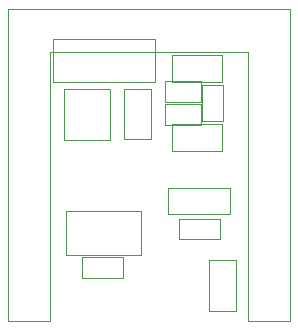
<source format=gbr>
G04 #@! TF.GenerationSoftware,KiCad,Pcbnew,6.0.4-1.fc34*
G04 #@! TF.CreationDate,2023-10-23T18:29:32+02:00*
G04 #@! TF.ProjectId,Microduino_ADC_DE,4d696372-6f64-4756-996e-6f5f4144435f,1.0*
G04 #@! TF.SameCoordinates,Original*
G04 #@! TF.FileFunction,Other,User*
%FSLAX46Y46*%
G04 Gerber Fmt 4.6, Leading zero omitted, Abs format (unit mm)*
G04 Created by KiCad (PCBNEW 6.0.4-1.fc34) date 2023-10-23 18:29:32*
%MOMM*%
%LPD*%
G01*
G04 APERTURE LIST*
%ADD10C,0.120000*%
%ADD11C,0.050000*%
G04 APERTURE END LIST*
D10*
X163381000Y-63495000D02*
X139461000Y-63495000D01*
X159781000Y-89945000D02*
X159781000Y-67115000D01*
X139461000Y-89945000D02*
X139461000Y-63495000D01*
X163381000Y-89945000D02*
X163381000Y-63495000D01*
X143061000Y-89965000D02*
X139461000Y-89965000D01*
X143061000Y-67115000D02*
X159781000Y-67115000D01*
X163381000Y-89945000D02*
X159781000Y-89945000D01*
X143061000Y-67115000D02*
X143061000Y-89965000D01*
D11*
X156461000Y-84750000D02*
X156461000Y-89050000D01*
X156461000Y-89050000D02*
X158761000Y-89050000D01*
X158761000Y-84750000D02*
X156461000Y-84750000D01*
X158761000Y-89050000D02*
X158761000Y-84750000D01*
X143261000Y-66075000D02*
X151911000Y-66075000D01*
X151911000Y-66075000D02*
X151911000Y-69675000D01*
X143261000Y-69675000D02*
X143261000Y-66075000D01*
X151911000Y-69675000D02*
X143261000Y-69675000D01*
X149211000Y-84505000D02*
X145711000Y-84505000D01*
X149211000Y-84505000D02*
X149211000Y-86255000D01*
X145711000Y-86255000D02*
X145711000Y-84505000D01*
X145711000Y-86255000D02*
X149211000Y-86255000D01*
X153936000Y-83020000D02*
X157436000Y-83020000D01*
X157436000Y-81270000D02*
X157436000Y-83020000D01*
X153936000Y-83020000D02*
X153936000Y-81270000D01*
X157436000Y-81270000D02*
X153936000Y-81270000D01*
X158286000Y-80900000D02*
X158286000Y-78700000D01*
X152986000Y-80900000D02*
X158286000Y-80900000D01*
X152986000Y-78700000D02*
X152986000Y-80900000D01*
X158286000Y-78700000D02*
X152986000Y-78700000D01*
X151586000Y-70250000D02*
X149286000Y-70250000D01*
X149286000Y-70250000D02*
X149286000Y-74550000D01*
X149286000Y-74550000D02*
X151586000Y-74550000D01*
X151586000Y-74550000D02*
X151586000Y-70250000D01*
X148086000Y-74575000D02*
X148086000Y-70275000D01*
X148086000Y-70275000D02*
X145786000Y-70275000D01*
X144246000Y-70275000D02*
X144246000Y-74575000D01*
X145786000Y-70275000D02*
X144246000Y-70275000D01*
X145786000Y-74575000D02*
X148086000Y-74575000D01*
X145796000Y-74575000D02*
X144246000Y-74575000D01*
X153336000Y-75550000D02*
X157636000Y-75550000D01*
X153336000Y-73250000D02*
X153336000Y-75550000D01*
X157636000Y-75550000D02*
X157636000Y-73250000D01*
X157636000Y-73250000D02*
X153336000Y-73250000D01*
X157636000Y-69725000D02*
X157636000Y-67425000D01*
X153336000Y-69725000D02*
X157636000Y-69725000D01*
X153336000Y-67425000D02*
X153336000Y-69725000D01*
X157636000Y-67425000D02*
X153336000Y-67425000D01*
X155861000Y-69925000D02*
X157661000Y-69925000D01*
X157661000Y-73025000D02*
X155861000Y-73025000D01*
X157661000Y-73025000D02*
X157661000Y-69925000D01*
X155861000Y-69925000D02*
X155861000Y-73025000D01*
X152736000Y-73350000D02*
X155836000Y-73350000D01*
X152736000Y-73350000D02*
X152736000Y-71550000D01*
X155836000Y-71550000D02*
X152736000Y-71550000D01*
X155836000Y-71550000D02*
X155836000Y-73350000D01*
X155836000Y-69625000D02*
X155836000Y-71425000D01*
X152736000Y-71425000D02*
X155836000Y-71425000D01*
X155836000Y-69625000D02*
X152736000Y-69625000D01*
X152736000Y-71425000D02*
X152736000Y-69625000D01*
X144411000Y-80600000D02*
X144411000Y-84300000D01*
X150711000Y-80600000D02*
X144411000Y-80600000D01*
X150711000Y-84300000D02*
X144411000Y-84300000D01*
X150711000Y-80600000D02*
X150711000Y-84300000D01*
M02*

</source>
